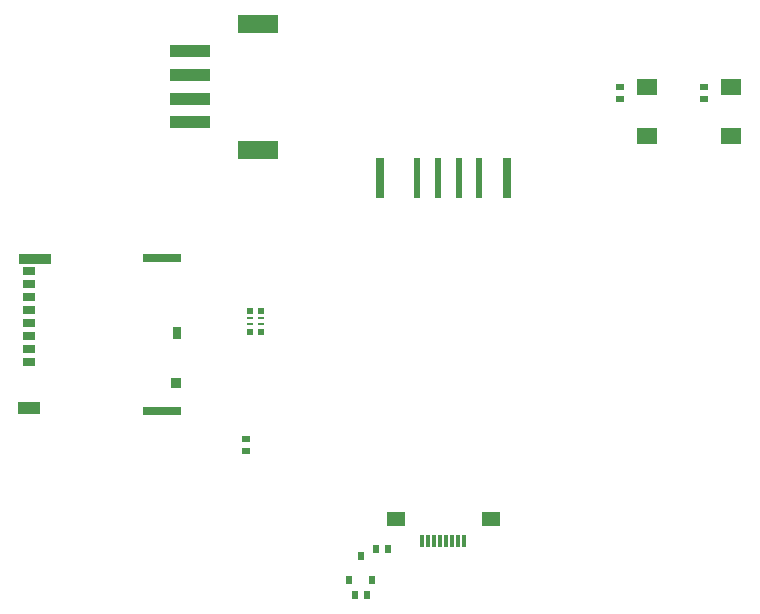
<source format=gbr>
G04 EAGLE Gerber RS-274X export*
G75*
%MOMM*%
%FSLAX34Y34*%
%LPD*%
%INSolderpaste Top*%
%IPPOS*%
%AMOC8*
5,1,8,0,0,1.08239X$1,22.5*%
G01*
G04 Define Apertures*
%ADD10R,0.700000X0.600000*%
%ADD11R,1.100000X0.700000*%
%ADD12R,1.830000X1.140000*%
%ADD13R,2.800000X0.860000*%
%ADD14R,3.330000X0.700000*%
%ADD15R,0.930000X0.900000*%
%ADD16R,0.780000X1.050000*%
%ADD17R,3.500000X1.000000*%
%ADD18R,3.400000X1.500000*%
%ADD19R,0.500000X0.525000*%
%ADD20R,0.500000X0.250000*%
%ADD21R,1.800000X1.350000*%
%ADD22R,0.600000X3.500000*%
%ADD23R,0.800000X3.500000*%
%ADD24R,1.650000X1.300000*%
%ADD25R,0.300000X1.000000*%
%ADD26R,0.600000X0.700000*%
D10*
X601980Y580216D03*
X601980Y590216D03*
X530860Y580216D03*
X530860Y590216D03*
D11*
X30110Y357200D03*
X30110Y368200D03*
X30110Y379200D03*
X30110Y390200D03*
X30110Y401200D03*
X30110Y412200D03*
X30110Y423200D03*
X30110Y434200D03*
D12*
X30260Y318400D03*
D13*
X35110Y445000D03*
D14*
X142760Y316200D03*
X142760Y445800D03*
D15*
X154760Y339300D03*
D16*
X155510Y381950D03*
D17*
X166370Y560550D03*
X166370Y580550D03*
D18*
X223870Y644050D03*
X223870Y537050D03*
D17*
X166370Y600550D03*
X166370Y620550D03*
D19*
X226496Y401051D03*
X217496Y401051D03*
D20*
X226496Y394676D03*
X226496Y389676D03*
D19*
X226496Y383301D03*
X217496Y383301D03*
D20*
X217496Y394676D03*
X217496Y389676D03*
D21*
X624840Y549226D03*
X624840Y590726D03*
X553720Y549226D03*
X553720Y590726D03*
D22*
X411750Y513347D03*
X394250Y513347D03*
X376750Y513347D03*
X359250Y513347D03*
D23*
X327250Y513347D03*
X434750Y513347D03*
D24*
X421250Y224600D03*
X340750Y224600D03*
D25*
X398500Y205600D03*
X393500Y205600D03*
X388500Y205600D03*
X383500Y205600D03*
X378500Y205600D03*
X373500Y205600D03*
X368500Y205600D03*
X363500Y205600D03*
D26*
X301650Y172880D03*
X320650Y172880D03*
X311150Y192880D03*
X333930Y199390D03*
X323930Y199390D03*
X316150Y160020D03*
X306150Y160020D03*
D10*
X213868Y282020D03*
X213868Y292020D03*
M02*

</source>
